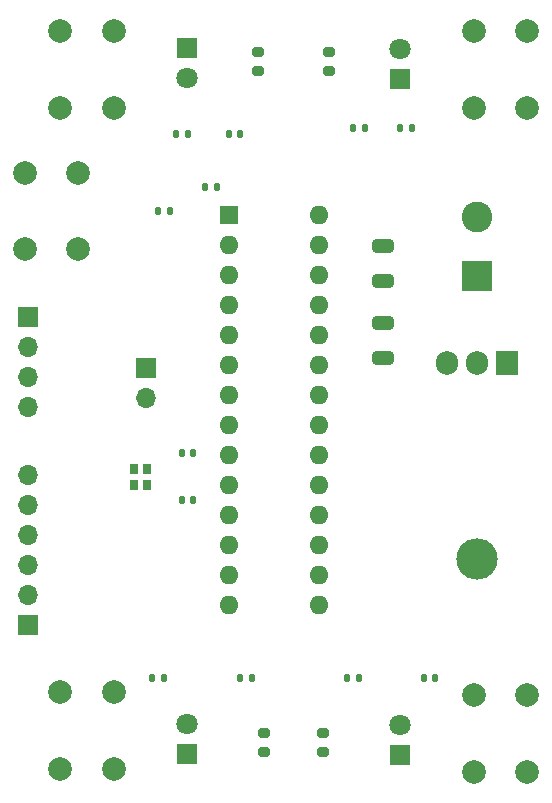
<source format=gts>
G04 #@! TF.GenerationSoftware,KiCad,Pcbnew,8.0.0*
G04 #@! TF.CreationDate,2024-04-02T15:54:02-06:00*
G04 #@! TF.ProjectId,SimonSaysPCBDesign,53696d6f-6e53-4617-9973-504342446573,1.0*
G04 #@! TF.SameCoordinates,Original*
G04 #@! TF.FileFunction,Soldermask,Top*
G04 #@! TF.FilePolarity,Negative*
%FSLAX46Y46*%
G04 Gerber Fmt 4.6, Leading zero omitted, Abs format (unit mm)*
G04 Created by KiCad (PCBNEW 8.0.0) date 2024-04-02 15:54:02*
%MOMM*%
%LPD*%
G01*
G04 APERTURE LIST*
G04 Aperture macros list*
%AMRoundRect*
0 Rectangle with rounded corners*
0 $1 Rounding radius*
0 $2 $3 $4 $5 $6 $7 $8 $9 X,Y pos of 4 corners*
0 Add a 4 corners polygon primitive as box body*
4,1,4,$2,$3,$4,$5,$6,$7,$8,$9,$2,$3,0*
0 Add four circle primitives for the rounded corners*
1,1,$1+$1,$2,$3*
1,1,$1+$1,$4,$5*
1,1,$1+$1,$6,$7*
1,1,$1+$1,$8,$9*
0 Add four rect primitives between the rounded corners*
20,1,$1+$1,$2,$3,$4,$5,0*
20,1,$1+$1,$4,$5,$6,$7,0*
20,1,$1+$1,$6,$7,$8,$9,0*
20,1,$1+$1,$8,$9,$2,$3,0*%
G04 Aperture macros list end*
%ADD10RoundRect,0.140000X-0.140000X-0.170000X0.140000X-0.170000X0.140000X0.170000X-0.140000X0.170000X0*%
%ADD11RoundRect,0.200000X-0.275000X0.200000X-0.275000X-0.200000X0.275000X-0.200000X0.275000X0.200000X0*%
%ADD12RoundRect,0.250000X0.650000X-0.325000X0.650000X0.325000X-0.650000X0.325000X-0.650000X-0.325000X0*%
%ADD13R,1.600000X1.600000*%
%ADD14O,1.600000X1.600000*%
%ADD15RoundRect,0.135000X-0.135000X-0.185000X0.135000X-0.185000X0.135000X0.185000X-0.135000X0.185000X0*%
%ADD16R,2.600000X2.600000*%
%ADD17C,2.600000*%
%ADD18C,2.000000*%
%ADD19R,1.800000X1.800000*%
%ADD20C,1.800000*%
%ADD21R,1.700000X1.700000*%
%ADD22O,1.700000X1.700000*%
%ADD23O,3.500000X3.500000*%
%ADD24R,1.905000X2.000000*%
%ADD25O,1.905000X2.000000*%
%ADD26R,0.800000X0.900000*%
%ADD27RoundRect,0.200000X0.275000X-0.200000X0.275000X0.200000X-0.275000X0.200000X-0.275000X-0.200000X0*%
G04 APERTURE END LIST*
D10*
X124040000Y-107500000D03*
X125000000Y-107500000D03*
D11*
X136500000Y-69500000D03*
X136500000Y-71150000D03*
D12*
X141025000Y-88950000D03*
X141025000Y-86000000D03*
D13*
X128000000Y-83300000D03*
D14*
X128000000Y-85840000D03*
X128000000Y-88380000D03*
X128000000Y-90920000D03*
X128000000Y-93460000D03*
X128000000Y-96000000D03*
X128000000Y-98540000D03*
X128000000Y-101080000D03*
X128000000Y-103620000D03*
X128000000Y-106160000D03*
X128000000Y-108700000D03*
X128000000Y-111240000D03*
X128000000Y-113780000D03*
X128000000Y-116320000D03*
X135620000Y-116320000D03*
X135620000Y-113780000D03*
X135620000Y-111240000D03*
X135620000Y-108700000D03*
X135620000Y-106160000D03*
X135620000Y-103620000D03*
X135620000Y-101080000D03*
X135620000Y-98540000D03*
X135620000Y-96000000D03*
X135620000Y-93460000D03*
X135620000Y-90920000D03*
X135620000Y-88380000D03*
X135620000Y-85840000D03*
X135620000Y-83300000D03*
D15*
X128980000Y-122500000D03*
X130000000Y-122500000D03*
D16*
X149000000Y-88500000D03*
D17*
X149000000Y-83500000D03*
D15*
X122000000Y-83000000D03*
X123020000Y-83000000D03*
X142480000Y-76000000D03*
X143500000Y-76000000D03*
X138000000Y-122500000D03*
X139020000Y-122500000D03*
D18*
X113750000Y-74250000D03*
X113750000Y-67750000D03*
X118250000Y-74250000D03*
X118250000Y-67750000D03*
D10*
X124020000Y-103500000D03*
X124980000Y-103500000D03*
X138540000Y-76000000D03*
X139500000Y-76000000D03*
X126020000Y-81000000D03*
X126980000Y-81000000D03*
D12*
X141025000Y-95450000D03*
X141025000Y-92500000D03*
D10*
X128960000Y-76500000D03*
X128000000Y-76500000D03*
D19*
X142500000Y-129040000D03*
D20*
X142500000Y-126500000D03*
D21*
X111000000Y-118080000D03*
D22*
X111000000Y-115540000D03*
X111000000Y-113000000D03*
X111000000Y-110460000D03*
X111000000Y-107920000D03*
X111000000Y-105380000D03*
D19*
X124500000Y-69210000D03*
D20*
X124500000Y-71750000D03*
D21*
X111000000Y-91960000D03*
D22*
X111000000Y-94500000D03*
X111000000Y-97040000D03*
X111000000Y-99580000D03*
D19*
X124500000Y-129000000D03*
D20*
X124500000Y-126460000D03*
D23*
X149000000Y-112500000D03*
D24*
X151540000Y-95840000D03*
D25*
X149000000Y-95840000D03*
X146460000Y-95840000D03*
D10*
X121520000Y-122500000D03*
X122480000Y-122500000D03*
D26*
X119950000Y-104800000D03*
X119950000Y-106200000D03*
X121050000Y-106200000D03*
X121050000Y-104800000D03*
D27*
X136000000Y-128825000D03*
X136000000Y-127175000D03*
D15*
X123500000Y-76500000D03*
X124520000Y-76500000D03*
D18*
X148750000Y-74250000D03*
X148750000Y-67750000D03*
X153250000Y-74250000D03*
X153250000Y-67750000D03*
X110750000Y-86250000D03*
X110750000Y-79750000D03*
X115250000Y-86250000D03*
X115250000Y-79750000D03*
D19*
X142500000Y-71790000D03*
D20*
X142500000Y-69250000D03*
D11*
X130500000Y-69500000D03*
X130500000Y-71150000D03*
D18*
X148750000Y-130500000D03*
X148750000Y-124000000D03*
X153250000Y-130500000D03*
X153250000Y-124000000D03*
D22*
X121000000Y-98790000D03*
D21*
X121000000Y-96250000D03*
D18*
X118250000Y-123750000D03*
X118250000Y-130250000D03*
X113750000Y-123750000D03*
X113750000Y-130250000D03*
D27*
X131000000Y-128825000D03*
X131000000Y-127175000D03*
D10*
X144540000Y-122500000D03*
X145500000Y-122500000D03*
M02*

</source>
